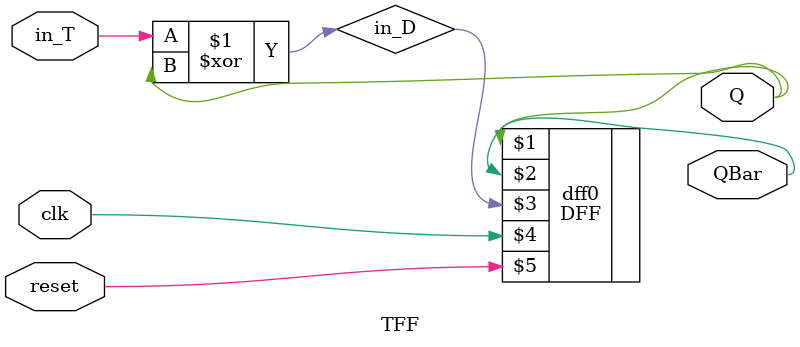
<source format=v>
`timescale 1ns / 1ps
module TFF (Q, QBar, in_T, clk, reset);

	output Q, QBar;
	input in_T, clk, reset;
	wire in_D;
	
	xor x1 (in_D, in_T, Q);
	DFF dff0 (Q, QBar, in_D, clk, reset);

endmodule

</source>
